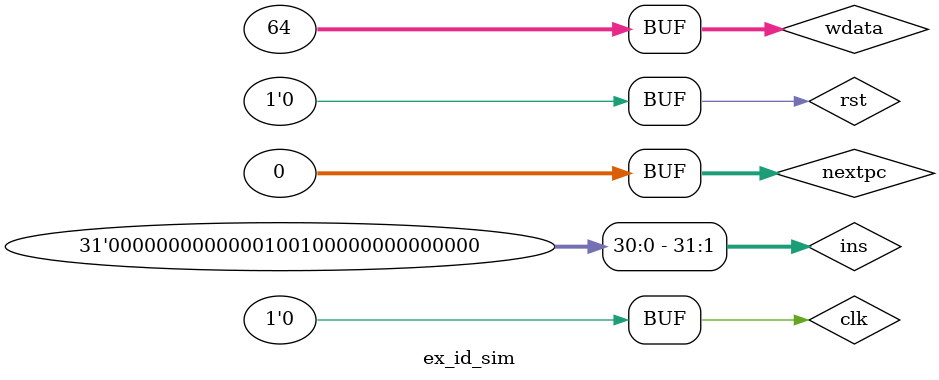
<source format=v>
`timescale 1 ps/ 1 ps


module ex_id_sim();
`include "common_param.vh"
   parameter PERIOD=10000;  // (clock period)/2

// constants
// general purpose registers
   reg clk, rst;
   wire [31:0] rdata1, rdata2, ed32;
   reg [31:0] nextpc, ins;

// wires
   wire [31:0] newpc;
   wire [31:0] result;
   reg [31:0] wdata;

   /*/
// assign statements (if any)
EX ex1 (
// port map - connection between master ports and signals/registers
        .CLK(clk),
        .RST(rst),
        .nextPC(nextpc),
        .newPC(newpc),
        .Ins(ins),
        .Rdata1(rdata1),
        .Rdata2(rdata2),
        .Ed32(ed32),
        .Result(result)
);
    /*/
   ID id1 (
           .CLK(clk),
           .RST(rst),
           .Ins(ins),
           .Rdata1(rdata1),
           .Rdata2(rdata2),
           .Ed32(ed32),
           .Wdata(wdata)
           );

   always begin
      clk=#(PERIOD) 1'd1;
      clk=#(PERIOD) 1'd0;
   end

   initial
     begin
        rst=1'd0;
        nextpc=32'd0;
        
        ins=#(PERIOD) {6'h00, 5'd16, 5'd16, 5'd16, 5'd0, ADD};
        wdata=32'd32;

        ins=#(PERIOD*2) {6'h00, 5'd4, 5'd4, 5'd4, 5'd0, ADD};
        wdata=32'd64;

        ins=#(PERIOD*2) {6'h00, 5'd16, 5'd4, 10'd0, JR};

        ins=#(PERIOD*2) {6'h00, 5'd4, 5'd16, 10'd0, JR};
     end
endmodule

</source>
